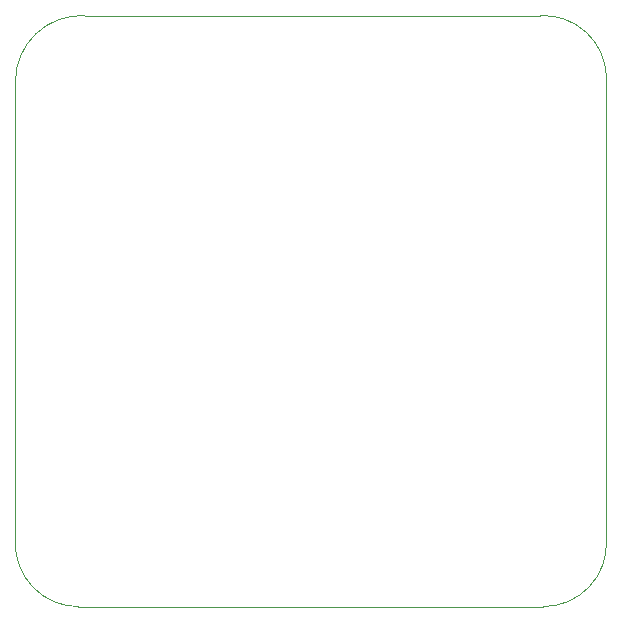
<source format=gbr>
%TF.GenerationSoftware,KiCad,Pcbnew,(6.0.1)*%
%TF.CreationDate,2022-05-08T06:10:33+05:45*%
%TF.ProjectId,STM32F4_Breakout,53544d33-3246-4345-9f42-7265616b6f75,rev?*%
%TF.SameCoordinates,Original*%
%TF.FileFunction,Profile,NP*%
%FSLAX46Y46*%
G04 Gerber Fmt 4.6, Leading zero omitted, Abs format (unit mm)*
G04 Created by KiCad (PCBNEW (6.0.1)) date 2022-05-08 06:10:33*
%MOMM*%
%LPD*%
G01*
G04 APERTURE LIST*
%TA.AperFunction,Profile*%
%ADD10C,0.100000*%
%TD*%
G04 APERTURE END LIST*
D10*
X79704000Y-70000000D02*
X40334000Y-70000000D01*
X35000000Y-64412000D02*
X35000000Y-25543675D01*
X85038000Y-25042000D02*
X85038000Y-64412000D01*
X79704000Y-70000000D02*
G75*
G03*
X85038000Y-64412000I0J5339773D01*
G01*
X35000000Y-64412000D02*
G75*
G03*
X40334000Y-70000000I5334000J-248227D01*
G01*
X40853794Y-19962000D02*
X79450000Y-19962000D01*
X85038000Y-25042000D02*
G75*
G03*
X79450000Y-19962000I-5328522J-247974D01*
G01*
X40853794Y-19962000D02*
G75*
G03*
X35000000Y-25543675I-265793J-5581676D01*
G01*
M02*

</source>
